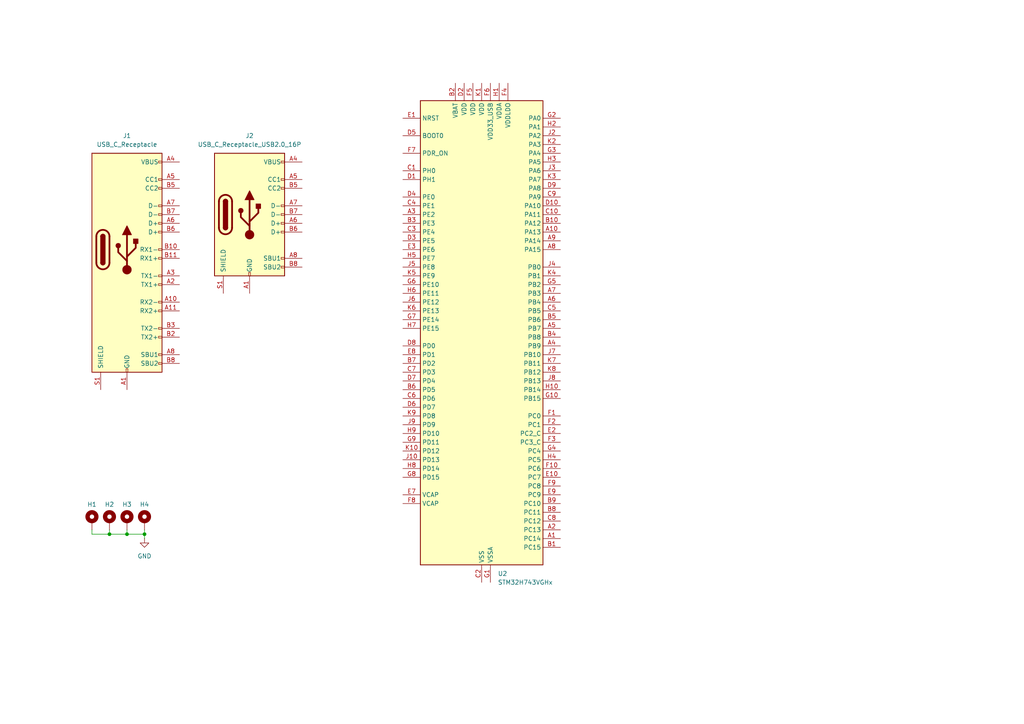
<source format=kicad_sch>
(kicad_sch (version 20250114) (generator "eeschema") (generator_version "9.0")
  (paper "A4")
  (lib_symbols
    (symbol "Connector:USB_C_Receptacle" (pin_names (offset 1.016))
      (property "Reference" "J" (at -10.16 29.21 0))
      (property "Value" "USB_C_Receptacle" (at 10.16 29.21 0))
      (symbol "USB_C_Receptacle_0_0"
        (rectangle (start -0.254 -35.56) (end 0.254 -34.544))
        (rectangle (start 10.16 25.654) (end 9.144 25.146))
        (rectangle (start 10.16 20.574) (end 9.144 20.066))
        (rectangle (start 10.16 18.034) (end 9.144 17.526))
        (rectangle (start 10.16 12.954) (end 9.144 12.446))
        (rectangle (start 10.16 10.414) (end 9.144 9.906))
        (rectangle (start 10.16 7.874) (end 9.144 7.366))
        (rectangle (start 10.16 5.334) (end 9.144 4.826))
        (rectangle (start 10.16 0.254) (end 9.144 -0.254))
        (rectangle (start 10.16 -2.286) (end 9.144 -2.794))
        (rectangle (start 10.16 -7.366) (end 9.144 -7.874))
        (rectangle (start 10.16 -9.906) (end 9.144 -10.414))
        (rectangle (start 10.16 -14.986) (end 9.144 -15.494))
        (rectangle (start 10.16 -17.526) (end 9.144 -18.034))
        (rectangle (start 10.16 -22.606) (end 9.144 -23.114))
        (rectangle (start 10.16 -25.146) (end 9.144 -25.654))
        (rectangle (start 10.16 -30.226) (end 9.144 -30.734))
        (rectangle (start 10.16 -32.766) (end 9.144 -33.274))
      )
      (symbol "USB_C_Receptacle_0_1"
        (rectangle (start -10.16 27.94) (end 10.16 -35.56) (stroke (width 0.254)) (fill (type background)))
        (polyline (pts (xy -8.89 -3.81) (xy -8.89 3.81)) (stroke (width 0.508)))
        (rectangle (start -7.62 -3.81) (end -6.35 3.81) (stroke (width 0.254)) (fill (type outline)))
        (arc (start -7.62 3.81) (mid -6.985 4.4423) (end -6.35 3.81) (stroke (width 0.254)))
        (arc (start -7.62 3.81) (mid -6.985 4.4423) (end -6.35 3.81) (stroke (width 0.254)) (fill (type outline)))
        (arc (start -8.89 3.81) (mid -6.985 5.7067) (end -5.08 3.81) (stroke (width 0.508)))
        (arc (start -5.08 -3.81) (mid -6.985 -5.7067) (end -8.89 -3.81) (stroke (width 0.508)))
        (arc (start -6.35 -3.81) (mid -6.985 -4.4423) (end -7.62 -3.81) (stroke (width 0.254)))
        (arc (start -6.35 -3.81) (mid -6.985 -4.4423) (end -7.62 -3.81) (stroke (width 0.254)) (fill (type outline)))
        (polyline (pts (xy -5.08 3.81) (xy -5.08 -3.81)) (stroke (width 0.508)))
      )
      (symbol "USB_C_Receptacle_1_1"
        (circle (center -2.54 1.143) (radius 0.635) (stroke (width 0.254)) (fill (type outline)))
        (polyline (pts (xy -1.27 4.318) (xy 0 6.858) (xy 1.27 4.318) (xy -1.27 4.318)) (stroke (width 0.254)) (fill (type outline)))
        (polyline (pts (xy 0 -2.032) (xy 2.54 0.508) (xy 2.54 1.778)) (stroke (width 0.508)))
        (polyline (pts (xy 0 -3.302) (xy -2.54 -0.762) (xy -2.54 0.508)) (stroke (width 0.508)))
        (polyline (pts (xy 0 -5.842) (xy 0 4.318)) (stroke (width 0.508)))
        (circle (center 0 -5.842) (radius 1.27) (fill (type outline)))
        (rectangle (start 1.905 1.778) (end 3.175 3.048) (stroke (width 0.254)) (fill (type outline)))
        (pin passive line (at -7.62 -40.64 90) (length 5.08) (name "SHIELD") (number "S1"))
        (pin passive line (at 0 -40.64 90) (length 5.08) (name "GND") (number "A1"))
        (pin passive line (at 0 -40.64 90) (length 5.08) (hide yes) (name "GND") (number "A12"))
        (pin passive line (at 0 -40.64 90) (length 5.08) (hide yes) (name "GND") (number "B1"))
        (pin passive line (at 0 -40.64 90) (length 5.08) (hide yes) (name "GND") (number "B12"))
        (pin passive line (at 15.24 25.4 180) (length 5.08) (name "VBUS") (number "A4"))
        (pin passive line (at 15.24 25.4 180) (length 5.08) (hide yes) (name "VBUS") (number "A9"))
        (pin passive line (at 15.24 25.4 180) (length 5.08) (hide yes) (name "VBUS") (number "B4"))
        (pin passive line (at 15.24 25.4 180) (length 5.08) (hide yes) (name "VBUS") (number "B9"))
        (pin bidirectional line (at 15.24 20.32 180) (length 5.08) (name "CC1") (number "A5"))
        (pin bidirectional line (at 15.24 17.78 180) (length 5.08) (name "CC2") (number "B5"))
        (pin bidirectional line (at 15.24 12.7 180) (length 5.08) (name "D-") (number "A7"))
        (pin bidirectional line (at 15.24 10.16 180) (length 5.08) (name "D-") (number "B7"))
        (pin bidirectional line (at 15.24 7.62 180) (length 5.08) (name "D+") (number "A6"))
        (pin bidirectional line (at 15.24 5.08 180) (length 5.08) (name "D+") (number "B6"))
        (pin bidirectional line (at 15.24 0 180) (length 5.08) (name "RX1-") (number "B10"))
        (pin bidirectional line (at 15.24 -2.54 180) (length 5.08) (name "RX1+") (number "B11"))
        (pin bidirectional line (at 15.24 -7.62 180) (length 5.08) (name "TX1-") (number "A3"))
        (pin bidirectional line (at 15.24 -10.16 180) (length 5.08) (name "TX1+") (number "A2"))
        (pin bidirectional line (at 15.24 -15.24 180) (length 5.08) (name "RX2-") (number "A10"))
        (pin bidirectional line (at 15.24 -17.78 180) (length 5.08) (name "RX2+") (number "A11"))
        (pin bidirectional line (at 15.24 -22.86 180) (length 5.08) (name "TX2-") (number "B3"))
        (pin bidirectional line (at 15.24 -25.4 180) (length 5.08) (name "TX2+") (number "B2"))
        (pin bidirectional line (at 15.24 -30.48 180) (length 5.08) (name "SBU1") (number "A8"))
        (pin bidirectional line (at 15.24 -33.02 180) (length 5.08) (name "SBU2") (number "B8"))
      )
    )
    (symbol "Connector:USB_C_Receptacle_USB2.0_16P" (pin_names (offset 1.016))
      (property "Reference" "J" (at 0 22.225 0))
      (property "Value" "USB_C_Receptacle_USB2.0_16P" (at 0 19.685 0))
      (symbol "USB_C_Receptacle_USB2.0_16P_0_0"
        (rectangle (start -0.254 -17.78) (end 0.254 -16.764))
        (rectangle (start 10.16 15.494) (end 9.144 14.986))
        (rectangle (start 10.16 10.414) (end 9.144 9.906))
        (rectangle (start 10.16 7.874) (end 9.144 7.366))
        (rectangle (start 10.16 2.794) (end 9.144 2.286))
        (rectangle (start 10.16 0.254) (end 9.144 -0.254))
        (rectangle (start 10.16 -2.286) (end 9.144 -2.794))
        (rectangle (start 10.16 -4.826) (end 9.144 -5.334))
        (rectangle (start 10.16 -12.446) (end 9.144 -12.954))
        (rectangle (start 10.16 -14.986) (end 9.144 -15.494))
      )
      (symbol "USB_C_Receptacle_USB2.0_16P_0_1"
        (rectangle (start -10.16 17.78) (end 10.16 -17.78) (stroke (width 0.254)) (fill (type background)))
        (polyline (pts (xy -8.89 -3.81) (xy -8.89 3.81)) (stroke (width 0.508)))
        (rectangle (start -7.62 -3.81) (end -6.35 3.81) (stroke (width 0.254)) (fill (type outline)))
        (arc (start -7.62 3.81) (mid -6.985 4.4423) (end -6.35 3.81) (stroke (width 0.254)))
        (arc (start -7.62 3.81) (mid -6.985 4.4423) (end -6.35 3.81) (stroke (width 0.254)) (fill (type outline)))
        (arc (start -8.89 3.81) (mid -6.985 5.7067) (end -5.08 3.81) (stroke (width 0.508)))
        (arc (start -5.08 -3.81) (mid -6.985 -5.7067) (end -8.89 -3.81) (stroke (width 0.508)))
        (arc (start -6.35 -3.81) (mid -6.985 -4.4423) (end -7.62 -3.81) (stroke (width 0.254)))
        (arc (start -6.35 -3.81) (mid -6.985 -4.4423) (end -7.62 -3.81) (stroke (width 0.254)) (fill (type outline)))
        (polyline (pts (xy -5.08 3.81) (xy -5.08 -3.81)) (stroke (width 0.508)))
        (circle (center -2.54 1.143) (radius 0.635) (stroke (width 0.254)) (fill (type outline)))
        (polyline (pts (xy -1.27 4.318) (xy 0 6.858) (xy 1.27 4.318) (xy -1.27 4.318)) (stroke (width 0.254)) (fill (type outline)))
        (polyline (pts (xy 0 -2.032) (xy 2.54 0.508) (xy 2.54 1.778)) (stroke (width 0.508)))
        (polyline (pts (xy 0 -3.302) (xy -2.54 -0.762) (xy -2.54 0.508)) (stroke (width 0.508)))
        (polyline (pts (xy 0 -5.842) (xy 0 4.318)) (stroke (width 0.508)))
        (circle (center 0 -5.842) (radius 1.27) (fill (type outline)))
        (rectangle (start 1.905 1.778) (end 3.175 3.048) (stroke (width 0.254)) (fill (type outline)))
      )
      (symbol "USB_C_Receptacle_USB2.0_16P_1_1"
        (pin passive line (at -7.62 -22.86 90) (length 5.08) (name "SHIELD") (number "S1"))
        (pin passive line (at 0 -22.86 90) (length 5.08) (name "GND") (number "A1"))
        (pin passive line (at 0 -22.86 90) (length 5.08) (hide yes) (name "GND") (number "A12"))
        (pin passive line (at 0 -22.86 90) (length 5.08) (hide yes) (name "GND") (number "B1"))
        (pin passive line (at 0 -22.86 90) (length 5.08) (hide yes) (name "GND") (number "B12"))
        (pin passive line (at 15.24 15.24 180) (length 5.08) (name "VBUS") (number "A4"))
        (pin passive line (at 15.24 15.24 180) (length 5.08) (hide yes) (name "VBUS") (number "A9"))
        (pin passive line (at 15.24 15.24 180) (length 5.08) (hide yes) (name "VBUS") (number "B4"))
        (pin passive line (at 15.24 15.24 180) (length 5.08) (hide yes) (name "VBUS") (number "B9"))
        (pin bidirectional line (at 15.24 10.16 180) (length 5.08) (name "CC1") (number "A5"))
        (pin bidirectional line (at 15.24 7.62 180) (length 5.08) (name "CC2") (number "B5"))
        (pin bidirectional line (at 15.24 2.54 180) (length 5.08) (name "D-") (number "A7"))
        (pin bidirectional line (at 15.24 0 180) (length 5.08) (name "D-") (number "B7"))
        (pin bidirectional line (at 15.24 -2.54 180) (length 5.08) (name "D+") (number "A6"))
        (pin bidirectional line (at 15.24 -5.08 180) (length 5.08) (name "D+") (number "B6"))
        (pin bidirectional line (at 15.24 -12.7 180) (length 5.08) (name "SBU1") (number "A8"))
        (pin bidirectional line (at 15.24 -15.24 180) (length 5.08) (name "SBU2") (number "B8"))
      )
    )
    (symbol "MCU_ST_STM32H7:STM32H743VGHx"
      (property "Reference" "U" (at -17.78 69.85 0))
      (property "Value" "STM32H743VGHx" (at 10.16 69.85 0))
      (symbol "STM32H743VGHx_0_1"
        (rectangle (start -17.78 -66.04) (end 17.78 68.58) (stroke (width 0.254)) (fill (type background)))
      )
      (symbol "STM32H743VGHx_1_1"
        (pin input line (at -22.86 63.5 0) (length 5.08) (name "NRST") (number "E1"))
        (pin input line (at -22.86 58.42 0) (length 5.08) (name "BOOT0") (number "D5"))
        (pin input line (at -22.86 53.34 0) (length 5.08) (name "PDR_ON") (number "F7"))
        (pin bidirectional line (at -22.86 48.26 0) (length 5.08) (name "PH0") (number "C1"))
        (pin bidirectional line (at -22.86 45.72 0) (length 5.08) (name "PH1") (number "D1"))
        (pin bidirectional line (at -22.86 40.64 0) (length 5.08) (name "PE0") (number "D4"))
        (pin bidirectional line (at -22.86 38.1 0) (length 5.08) (name "PE1") (number "C4"))
        (pin bidirectional line (at -22.86 35.56 0) (length 5.08) (name "PE2") (number "A3"))
        (pin bidirectional line (at -22.86 33.02 0) (length 5.08) (name "PE3") (number "B3"))
        (pin bidirectional line (at -22.86 30.48 0) (length 5.08) (name "PE4") (number "C3"))
        (pin bidirectional line (at -22.86 27.94 0) (length 5.08) (name "PE5") (number "D3"))
        (pin bidirectional line (at -22.86 25.4 0) (length 5.08) (name "PE6") (number "E3"))
        (pin bidirectional line (at -22.86 22.86 0) (length 5.08) (name "PE7") (number "H5"))
        (pin bidirectional line (at -22.86 20.32 0) (length 5.08) (name "PE8") (number "J5"))
        (pin bidirectional line (at -22.86 17.78 0) (length 5.08) (name "PE9") (number "K5"))
        (pin bidirectional line (at -22.86 15.24 0) (length 5.08) (name "PE10") (number "G6"))
        (pin bidirectional line (at -22.86 12.7 0) (length 5.08) (name "PE11") (number "H6"))
        (pin bidirectional line (at -22.86 10.16 0) (length 5.08) (name "PE12") (number "J6"))
        (pin bidirectional line (at -22.86 7.62 0) (length 5.08) (name "PE13") (number "K6"))
        (pin bidirectional line (at -22.86 5.08 0) (length 5.08) (name "PE14") (number "G7"))
        (pin bidirectional line (at -22.86 2.54 0) (length 5.08) (name "PE15") (number "H7"))
        (pin bidirectional line (at -22.86 -2.54 0) (length 5.08) (name "PD0") (number "D8"))
        (pin bidirectional line (at -22.86 -5.08 0) (length 5.08) (name "PD1") (number "E8"))
        (pin bidirectional line (at -22.86 -7.62 0) (length 5.08) (name "PD2") (number "B7"))
        (pin bidirectional line (at -22.86 -10.16 0) (length 5.08) (name "PD3") (number "C7"))
        (pin bidirectional line (at -22.86 -12.7 0) (length 5.08) (name "PD4") (number "D7"))
        (pin bidirectional line (at -22.86 -15.24 0) (length 5.08) (name "PD5") (number "B6"))
        (pin bidirectional line (at -22.86 -17.78 0) (length 5.08) (name "PD6") (number "C6"))
        (pin bidirectional line (at -22.86 -20.32 0) (length 5.08) (name "PD7") (number "D6"))
        (pin bidirectional line (at -22.86 -22.86 0) (length 5.08) (name "PD8") (number "K9"))
        (pin bidirectional line (at -22.86 -25.4 0) (length 5.08) (name "PD9") (number "J9"))
        (pin bidirectional line (at -22.86 -27.94 0) (length 5.08) (name "PD10") (number "H9"))
        (pin bidirectional line (at -22.86 -30.48 0) (length 5.08) (name "PD11") (number "G9"))
        (pin bidirectional line (at -22.86 -33.02 0) (length 5.08) (name "PD12") (number "K10"))
        (pin bidirectional line (at -22.86 -35.56 0) (length 5.08) (name "PD13") (number "J10"))
        (pin bidirectional line (at -22.86 -38.1 0) (length 5.08) (name "PD14") (number "H8"))
        (pin bidirectional line (at -22.86 -40.64 0) (length 5.08) (name "PD15") (number "G8"))
        (pin power_out line (at -22.86 -45.72 0) (length 5.08) (name "VCAP") (number "E7"))
        (pin power_out line (at -22.86 -48.26 0) (length 5.08) (name "VCAP") (number "F8"))
        (pin power_in line (at -7.62 73.66 270) (length 5.08) (name "VBAT") (number "B2"))
        (pin power_in line (at -5.08 73.66 270) (length 5.08) (name "VDD") (number "D2"))
        (pin power_in line (at -2.54 73.66 270) (length 5.08) (name "VDD") (number "F5"))
        (pin power_in line (at 0 73.66 270) (length 5.08) (name "VDD") (number "K1"))
        (pin power_in line (at 0 -71.12 90) (length 5.08) (name "VSS") (number "C2"))
        (pin passive line (at 0 -71.12 90) (length 5.08) (hide yes) (name "VSS") (number "E4"))
        (pin passive line (at 0 -71.12 90) (length 5.08) (hide yes) (name "VSS") (number "E5"))
        (pin passive line (at 0 -71.12 90) (length 5.08) (hide yes) (name "VSS") (number "E6"))
        (pin passive line (at 0 -71.12 90) (length 5.08) (hide yes) (name "VSS") (number "J1"))
        (pin power_in line (at 2.54 73.66 270) (length 5.08) (name "VDD33_USB") (number "F6"))
        (pin power_in line (at 2.54 -71.12 90) (length 5.08) (name "VSSA") (number "G1"))
        (pin power_in line (at 5.08 73.66 270) (length 5.08) (name "VDDA") (number "H1"))
        (pin power_in line (at 7.62 73.66 270) (length 5.08) (name "VDDLDO") (number "F4"))
        (pin bidirectional line (at 22.86 63.5 180) (length 5.08) (name "PA0") (number "G2"))
        (pin bidirectional line (at 22.86 60.96 180) (length 5.08) (name "PA1") (number "H2"))
        (pin bidirectional line (at 22.86 58.42 180) (length 5.08) (name "PA2") (number "J2"))
        (pin bidirectional line (at 22.86 55.88 180) (length 5.08) (name "PA3") (number "K2"))
        (pin bidirectional line (at 22.86 53.34 180) (length 5.08) (name "PA4") (number "G3"))
        (pin bidirectional line (at 22.86 50.8 180) (length 5.08) (name "PA5") (number "H3"))
        (pin bidirectional line (at 22.86 48.26 180) (length 5.08) (name "PA6") (number "J3"))
        (pin bidirectional line (at 22.86 45.72 180) (length 5.08) (name "PA7") (number "K3"))
        (pin bidirectional line (at 22.86 43.18 180) (length 5.08) (name "PA8") (number "D9"))
        (pin bidirectional line (at 22.86 40.64 180) (length 5.08) (name "PA9") (number "C9"))
        (pin bidirectional line (at 22.86 38.1 180) (length 5.08) (name "PA10") (number "D10"))
        (pin bidirectional line (at 22.86 35.56 180) (length 5.08) (name "PA11") (number "C10"))
        (pin bidirectional line (at 22.86 33.02 180) (length 5.08) (name "PA12") (number "B10"))
        (pin bidirectional line (at 22.86 30.48 180) (length 5.08) (name "PA13") (number "A10"))
        (pin bidirectional line (at 22.86 27.94 180) (length 5.08) (name "PA14") (number "A9"))
        (pin bidirectional line (at 22.86 25.4 180) (length 5.08) (name "PA15") (number "A8"))
        (pin bidirectional line (at 22.86 20.32 180) (length 5.08) (name "PB0") (number "J4"))
        (pin bidirectional line (at 22.86 17.78 180) (length 5.08) (name "PB1") (number "K4"))
        (pin bidirectional line (at 22.86 15.24 180) (length 5.08) (name "PB2") (number "G5"))
        (pin bidirectional line (at 22.86 12.7 180) (length 5.08) (name "PB3") (number "A7"))
        (pin bidirectional line (at 22.86 10.16 180) (length 5.08) (name "PB4") (number "A6"))
        (pin bidirectional line (at 22.86 7.62 180) (length 5.08) (name "PB5") (number "C5"))
        (pin bidirectional line (at 22.86 5.08 180) (length 5.08) (name "PB6") (number "B5"))
        (pin bidirectional line (at 22.86 2.54 180) (length 5.08) (name "PB7") (number "A5"))
        (pin bidirectional line (at 22.86 0 180) (length 5.08) (name "PB8") (number "B4"))
        (pin bidirectional line (at 22.86 -2.54 180) (length 5.08) (name "PB9") (number "A4"))
        (pin bidirectional line (at 22.86 -5.08 180) (length 5.08) (name "PB10") (number "J7"))
        (pin bidirectional line (at 22.86 -7.62 180) (length 5.08) (name "PB11") (number "K7"))
        (pin bidirectional line (at 22.86 -10.16 180) (length 5.08) (name "PB12") (number "K8"))
        (pin bidirectional line (at 22.86 -12.7 180) (length 5.08) (name "PB13") (number "J8"))
        (pin bidirectional line (at 22.86 -15.24 180) (length 5.08) (name "PB14") (number "H10"))
        (pin bidirectional line (at 22.86 -17.78 180) (length 5.08) (name "PB15") (number "G10"))
        (pin bidirectional line (at 22.86 -22.86 180) (length 5.08) (name "PC0") (number "F1"))
        (pin bidirectional line (at 22.86 -25.4 180) (length 5.08) (name "PC1") (number "F2"))
        (pin bidirectional line (at 22.86 -27.94 180) (length 5.08) (name "PC2_C") (number "E2"))
        (pin bidirectional line (at 22.86 -30.48 180) (length 5.08) (name "PC3_C") (number "F3"))
        (pin bidirectional line (at 22.86 -33.02 180) (length 5.08) (name "PC4") (number "G4"))
        (pin bidirectional line (at 22.86 -35.56 180) (length 5.08) (name "PC5") (number "H4"))
        (pin bidirectional line (at 22.86 -38.1 180) (length 5.08) (name "PC6") (number "F10"))
        (pin bidirectional line (at 22.86 -40.64 180) (length 5.08) (name "PC7") (number "E10"))
        (pin bidirectional line (at 22.86 -43.18 180) (length 5.08) (name "PC8") (number "F9"))
        (pin bidirectional line (at 22.86 -45.72 180) (length 5.08) (name "PC9") (number "E9"))
        (pin bidirectional line (at 22.86 -48.26 180) (length 5.08) (name "PC10") (number "B9"))
        (pin bidirectional line (at 22.86 -50.8 180) (length 5.08) (name "PC11") (number "B8"))
        (pin bidirectional line (at 22.86 -53.34 180) (length 5.08) (name "PC12") (number "C8"))
        (pin bidirectional line (at 22.86 -55.88 180) (length 5.08) (name "PC13") (number "A2"))
        (pin bidirectional line (at 22.86 -58.42 180) (length 5.08) (name "PC14") (number "A1"))
        (pin bidirectional line (at 22.86 -60.96 180) (length 5.08) (name "PC15") (number "B1"))
      )
    )
    (symbol "Mechanical:MountingHole_Pad" (pin_numbers (hide yes)) (pin_names (offset 1.016) (hide yes)) (in_bom no)
      (property "Reference" "H" (at 0 6.35 0))
      (property "Value" "MountingHole_Pad" (at 0 4.445 0))
      (symbol "MountingHole_Pad_0_1"
        (circle (center 0 1.27) (radius 1.27) (stroke (width 1.27)))
      )
      (symbol "MountingHole_Pad_1_1"
        (pin input line (at 0 -2.54 90) (length 2.54) (name "1") (number "1"))
      )
    )
    (symbol "power:GND" (power) (pin_numbers (hide yes)) (pin_names (offset 0) (hide yes))
      (property "Value" "GND" (at 0 -3.81 0))
      (symbol "GND_0_1"
        (polyline (pts (xy 0 0) (xy 0 -1.27) (xy 1.27 -1.27) (xy 0 -2.54) (xy -1.27 -1.27) (xy 0 -1.27)))
      )
      (symbol "GND_1_1"
        (pin power_in line (at 0 0 270) (length 0) (name "~") (number "1"))
      )
    )
  )
  (junction (at 41.91 154.94))
  (junction (at 31.75 154.94))
  (junction (at 36.83 154.94))
  (wire (pts (xy 36.83 154.94) (xy 36.83 153.67)))
  (wire (pts (xy 31.75 154.94) (xy 26.67 154.94)))
  (wire (pts (xy 41.91 154.94) (xy 36.83 154.94)))
  (wire (pts (xy 36.83 154.94) (xy 31.75 154.94)))
  (wire (pts (xy 41.91 153.67) (xy 41.91 154.94)))
  (wire (pts (xy 31.75 154.94) (xy 31.75 153.67)))
  (wire (pts (xy 26.67 154.94) (xy 26.67 153.67)))
  (wire (pts (xy 41.91 154.94) (xy 41.91 156.21)))
  (symbol (lib_id "power:GND") (at 41.91 156.21 0) (unit 1)
    (property "Reference" "#PWR01" (effects (hide yes)))
    (property "Value" "GND" (at 41.91 161.29 0))
    (property "Description" "Power symbol creates a global label with name \"GND\" , ground" (effects (hide yes)))
  )
  (symbol (lib_id "Mechanical:MountingHole_Pad") (at 26.67 151.13 0) (unit 1) (in_bom no)
    (property "Reference" "H1" (at 26.67 146.304 0))
    (property "Value" "MountingHole_Pad" (effects (hide yes)))
    (property "Footprint" "MountingHole:MountingHole_2.2mm_M2_Pad_TopBottom" (effects (hide yes)))
    (property "Description" "Mounting Hole with connection" (effects (hide yes)))
  )
  (symbol (lib_id "Mechanical:MountingHole_Pad") (at 31.75 151.13 0) (unit 1) (in_bom no)
    (property "Reference" "H2" (at 31.75 146.304 0))
    (property "Value" "MountingHole_Pad" (effects (hide yes)))
    (property "Footprint" "MountingHole:MountingHole_2.2mm_M2_Pad_TopBottom" (effects (hide yes)))
    (property "Description" "Mounting Hole with connection" (effects (hide yes)))
  )
  (symbol (lib_id "Mechanical:MountingHole_Pad") (at 41.91 151.13 0) (unit 1) (in_bom no)
    (property "Reference" "H4" (at 41.91 146.304 0))
    (property "Value" "MountingHole_Pad" (effects (hide yes)))
    (property "Footprint" "MountingHole:MountingHole_2.2mm_M2_Pad_TopBottom" (effects (hide yes)))
    (property "Description" "Mounting Hole with connection" (effects (hide yes)))
  )
  (symbol (lib_id "Connector:USB_C_Receptacle") (at 36.83 72.39 0) (unit 1)
    (property "Reference" "J1" (at 36.83 39.37 0))
    (property "Value" "USB_C_Receptacle" (at 36.83 41.91 0))
    (property "Footprint" "Connector_USB:USB_C_Receptacle_CNCTech_C-ARA1-AK51X" (effects (hide yes)))
    (property "Datasheet" "https://www.usb.org/sites/default/files/documents/usb_type-c.zip" (effects (hide yes)))
    (property "Description" "USB Full-Featured Type-C Receptacle connector" (effects (hide yes)))
  )
  (symbol (lib_id "Mechanical:MountingHole_Pad") (at 36.83 151.13 0) (unit 1) (in_bom no)
    (property "Reference" "H3" (at 36.83 146.304 0))
    (property "Value" "MountingHole_Pad" (effects (hide yes)))
    (property "Footprint" "MountingHole:MountingHole_2.2mm_M2_Pad_TopBottom" (effects (hide yes)))
    (property "Description" "Mounting Hole with connection" (effects (hide yes)))
  )
  (symbol (lib_id "MCU_ST_STM32H7:STM32H743VGHx") (at 139.7 97.79 0) (unit 1)
    (property "Reference" "U2" (at 144.3833 166.37 0) (effects (justify left)))
    (property "Value" "STM32H743VGHx" (at 144.3833 168.91 0) (effects (justify left)))
    (property "Footprint" "Package_BGA:TFBGA-100_8x8mm_Layout10x10_P0.8mm" (effects (hide yes)))
    (property "Datasheet" "https://www.st.com/resource/en/datasheet/stm32h743vg.pdf" (effects (hide yes)))
    (property "Description" "STMicroelectronics Arm Cortex-M7 MCU, 1024KB flash, 1024KB RAM, 480 MHz, 1.71-3.6V, 82 GPIO, TFBGA100" (effects (hide yes)))
  )
  (symbol (lib_id "Connector:USB_C_Receptacle_USB2.0_16P") (at 72.39 62.23 0) (unit 1)
    (property "Reference" "J2" (at 72.39 39.37 0))
    (property "Value" "USB_C_Receptacle_USB2.0_16P" (at 72.39 41.91 0))
    (property "Footprint" "Connector_USB:USB_C_Receptacle_HRO_TYPE-C-31-M-12" (effects (hide yes)))
    (property "Datasheet" "https://www.usb.org/sites/default/files/documents/usb_type-c.zip" (effects (hide yes)))
    (property "Description" "USB 2.0-only 16P Type-C Receptacle connector" (effects (hide yes)))
  )
)
</source>
